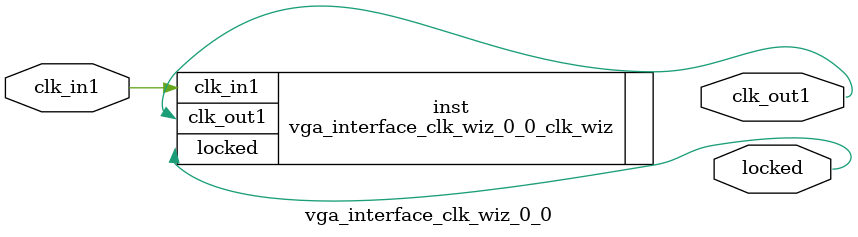
<source format=v>


`timescale 1ps/1ps

(* CORE_GENERATION_INFO = "vga_interface_clk_wiz_0_0,clk_wiz_v6_0_3_0_0,{component_name=vga_interface_clk_wiz_0_0,use_phase_alignment=true,use_min_o_jitter=false,use_max_i_jitter=false,use_dyn_phase_shift=false,use_inclk_switchover=false,use_dyn_reconfig=false,enable_axi=0,feedback_source=FDBK_AUTO,PRIMITIVE=MMCM,num_out_clk=1,clkin1_period=10.000,clkin2_period=10.000,use_power_down=false,use_reset=false,use_locked=true,use_inclk_stopped=false,feedback_type=SINGLE,CLOCK_MGR_TYPE=NA,manual_override=false}" *)

module vga_interface_clk_wiz_0_0 
 (
  // Clock out ports
  output        clk_out1,
  // Status and control signals
  output        locked,
 // Clock in ports
  input         clk_in1
 );

  vga_interface_clk_wiz_0_0_clk_wiz inst
  (
  // Clock out ports  
  .clk_out1(clk_out1),
  // Status and control signals               
  .locked(locked),
 // Clock in ports
  .clk_in1(clk_in1)
  );

endmodule

</source>
